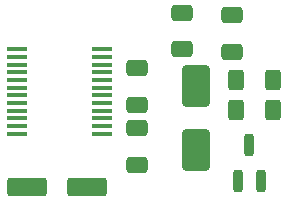
<source format=gbr>
%TF.GenerationSoftware,KiCad,Pcbnew,8.0.3*%
%TF.CreationDate,2024-07-01T17:14:51-05:00*%
%TF.ProjectId,Cartpole_HBridge,43617274-706f-46c6-955f-484272696467,rev?*%
%TF.SameCoordinates,Original*%
%TF.FileFunction,Paste,Top*%
%TF.FilePolarity,Positive*%
%FSLAX46Y46*%
G04 Gerber Fmt 4.6, Leading zero omitted, Abs format (unit mm)*
G04 Created by KiCad (PCBNEW 8.0.3) date 2024-07-01 17:14:51*
%MOMM*%
%LPD*%
G01*
G04 APERTURE LIST*
G04 Aperture macros list*
%AMRoundRect*
0 Rectangle with rounded corners*
0 $1 Rounding radius*
0 $2 $3 $4 $5 $6 $7 $8 $9 X,Y pos of 4 corners*
0 Add a 4 corners polygon primitive as box body*
4,1,4,$2,$3,$4,$5,$6,$7,$8,$9,$2,$3,0*
0 Add four circle primitives for the rounded corners*
1,1,$1+$1,$2,$3*
1,1,$1+$1,$4,$5*
1,1,$1+$1,$6,$7*
1,1,$1+$1,$8,$9*
0 Add four rect primitives between the rounded corners*
20,1,$1+$1,$2,$3,$4,$5,0*
20,1,$1+$1,$4,$5,$6,$7,0*
20,1,$1+$1,$6,$7,$8,$9,0*
20,1,$1+$1,$8,$9,$2,$3,0*%
G04 Aperture macros list end*
%ADD10RoundRect,0.250000X-1.412500X-0.550000X1.412500X-0.550000X1.412500X0.550000X-1.412500X0.550000X0*%
%ADD11RoundRect,0.250000X-0.900000X1.500000X-0.900000X-1.500000X0.900000X-1.500000X0.900000X1.500000X0*%
%ADD12RoundRect,0.250000X-0.650000X0.412500X-0.650000X-0.412500X0.650000X-0.412500X0.650000X0.412500X0*%
%ADD13RoundRect,0.250000X-0.400000X-0.625000X0.400000X-0.625000X0.400000X0.625000X-0.400000X0.625000X0*%
%ADD14R,1.750000X0.450000*%
%ADD15RoundRect,0.200000X0.200000X-0.750000X0.200000X0.750000X-0.200000X0.750000X-0.200000X-0.750000X0*%
%ADD16RoundRect,0.250000X0.650000X-0.412500X0.650000X0.412500X-0.650000X0.412500X-0.650000X-0.412500X0*%
G04 APERTURE END LIST*
D10*
%TO.C,C4*%
X56162500Y-73000000D03*
X61237500Y-73000000D03*
%TD*%
D11*
%TO.C,D1*%
X70500000Y-64500000D03*
X70500000Y-69900000D03*
%TD*%
D12*
%TO.C,C5*%
X65500000Y-62975000D03*
X65500000Y-66100000D03*
%TD*%
%TO.C,C2*%
X69250000Y-58250000D03*
X69250000Y-61375000D03*
%TD*%
D13*
%TO.C,R2*%
X73900000Y-64000000D03*
X77000000Y-64000000D03*
%TD*%
D14*
%TO.C,U1*%
X55337500Y-68500000D03*
X55337500Y-67850000D03*
X55337500Y-67200000D03*
X55337500Y-66550000D03*
X55337500Y-65900000D03*
X55337500Y-65250000D03*
X55337500Y-64600000D03*
X55337500Y-63950000D03*
X55337500Y-63300000D03*
X55337500Y-62650000D03*
X55337500Y-62000000D03*
X55337500Y-61350000D03*
X62537500Y-61350000D03*
X62537500Y-62000000D03*
X62537500Y-62650000D03*
X62537500Y-63300000D03*
X62537500Y-63950000D03*
X62537500Y-64600000D03*
X62537500Y-65250000D03*
X62537500Y-65900000D03*
X62537500Y-66550000D03*
X62537500Y-67200000D03*
X62537500Y-67850000D03*
X62537500Y-68500000D03*
%TD*%
D15*
%TO.C,Q1*%
X74050000Y-72500000D03*
X75950000Y-72500000D03*
X75000000Y-69500000D03*
%TD*%
D12*
%TO.C,C1*%
X73500000Y-58500000D03*
X73500000Y-61625000D03*
%TD*%
D13*
%TO.C,R1*%
X73900000Y-66500000D03*
X77000000Y-66500000D03*
%TD*%
D16*
%TO.C,C3*%
X65500000Y-71125000D03*
X65500000Y-68000000D03*
%TD*%
M02*

</source>
